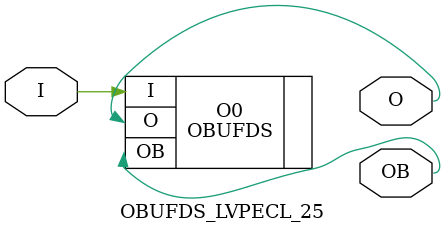
<source format=v>


`timescale  1 ps / 1 ps


module OBUFDS_LVPECL_25 (O, OB, I);

    output O, OB;

    input  I;

	OBUFDS #(.IOSTANDARD("LVPECL_25")) O0 (.O(O), .I(I), .OB(OB));


endmodule



</source>
